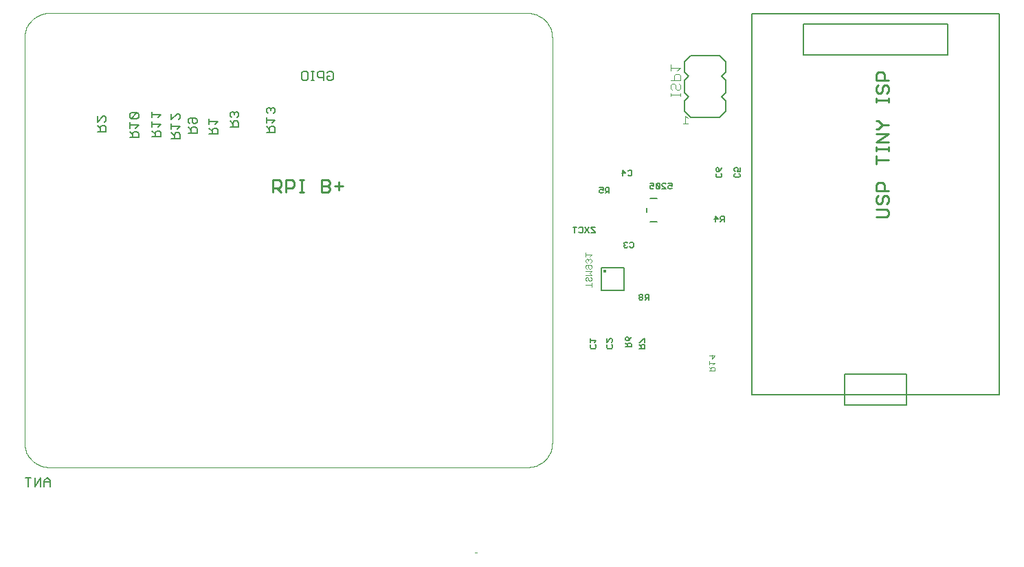
<source format=gbo>
G75*
%MOIN*%
%OFA0B0*%
%FSLAX24Y24*%
%IPPOS*%
%LPD*%
%AMOC8*
5,1,8,0,0,1.08239X$1,22.5*
%
%ADD10R,0.0110X0.0010*%
%ADD11R,0.0010X0.0010*%
%ADD12R,0.0030X0.0010*%
%ADD13R,0.0070X0.0010*%
%ADD14C,0.0000*%
%ADD15C,0.0110*%
%ADD16C,0.0050*%
%ADD17C,0.0040*%
%ADD18C,0.0030*%
%ADD19C,0.0080*%
%ADD20C,0.0157*%
D10*
X022428Y009136D03*
D11*
X022468Y009146D03*
D12*
X022438Y009146D03*
X022398Y009146D03*
D13*
X022428Y009156D03*
D14*
X024944Y013320D02*
X001715Y013320D01*
X001649Y013322D01*
X001583Y013327D01*
X001517Y013337D01*
X001452Y013350D01*
X001388Y013366D01*
X001325Y013386D01*
X001263Y013410D01*
X001203Y013437D01*
X001144Y013467D01*
X001087Y013501D01*
X001032Y013538D01*
X000979Y013578D01*
X000928Y013620D01*
X000880Y013666D01*
X000834Y013714D01*
X000792Y013765D01*
X000752Y013818D01*
X000715Y013873D01*
X000681Y013930D01*
X000651Y013989D01*
X000624Y014049D01*
X000600Y014111D01*
X000580Y014174D01*
X000564Y014238D01*
X000551Y014303D01*
X000541Y014369D01*
X000536Y014435D01*
X000534Y014501D01*
X000534Y034186D01*
X000536Y034252D01*
X000541Y034318D01*
X000551Y034384D01*
X000564Y034449D01*
X000580Y034513D01*
X000600Y034576D01*
X000624Y034638D01*
X000651Y034698D01*
X000681Y034757D01*
X000715Y034814D01*
X000752Y034869D01*
X000792Y034922D01*
X000834Y034973D01*
X000880Y035021D01*
X000928Y035067D01*
X000979Y035109D01*
X001032Y035149D01*
X001087Y035186D01*
X001144Y035220D01*
X001203Y035250D01*
X001263Y035277D01*
X001325Y035301D01*
X001388Y035321D01*
X001452Y035337D01*
X001517Y035350D01*
X001583Y035360D01*
X001649Y035365D01*
X001715Y035367D01*
X024944Y035367D01*
X025010Y035365D01*
X025076Y035360D01*
X025142Y035350D01*
X025207Y035337D01*
X025271Y035321D01*
X025334Y035301D01*
X025396Y035277D01*
X025456Y035250D01*
X025515Y035220D01*
X025572Y035186D01*
X025627Y035149D01*
X025680Y035109D01*
X025731Y035067D01*
X025779Y035021D01*
X025825Y034973D01*
X025867Y034922D01*
X025907Y034869D01*
X025944Y034814D01*
X025978Y034757D01*
X026008Y034698D01*
X026035Y034638D01*
X026059Y034576D01*
X026079Y034513D01*
X026095Y034449D01*
X026108Y034384D01*
X026118Y034318D01*
X026123Y034252D01*
X026125Y034186D01*
X026125Y014501D01*
X026123Y014435D01*
X026118Y014369D01*
X026108Y014303D01*
X026095Y014238D01*
X026079Y014174D01*
X026059Y014111D01*
X026035Y014049D01*
X026008Y013989D01*
X025978Y013930D01*
X025944Y013873D01*
X025907Y013818D01*
X025867Y013765D01*
X025825Y013714D01*
X025779Y013666D01*
X025731Y013620D01*
X025680Y013578D01*
X025627Y013538D01*
X025572Y013501D01*
X025515Y013467D01*
X025456Y013437D01*
X025396Y013410D01*
X025334Y013386D01*
X025271Y013366D01*
X025207Y013350D01*
X025142Y013337D01*
X025076Y013327D01*
X025010Y013322D01*
X024944Y013320D01*
D15*
X041857Y025461D02*
X042349Y025461D01*
X042448Y025560D01*
X042448Y025757D01*
X042349Y025855D01*
X041857Y025855D01*
X041956Y026106D02*
X042054Y026106D01*
X042153Y026204D01*
X042153Y026401D01*
X042251Y026500D01*
X042349Y026500D01*
X042448Y026401D01*
X042448Y026204D01*
X042349Y026106D01*
X041956Y026106D02*
X041857Y026204D01*
X041857Y026401D01*
X041956Y026500D01*
X041857Y026750D02*
X041857Y027046D01*
X041956Y027144D01*
X042153Y027144D01*
X042251Y027046D01*
X042251Y026750D01*
X042448Y026750D02*
X041857Y026750D01*
X041857Y028040D02*
X041857Y028433D01*
X041857Y028236D02*
X042448Y028236D01*
X042448Y028684D02*
X042448Y028881D01*
X042448Y028783D02*
X041857Y028783D01*
X041857Y028881D02*
X041857Y028684D01*
X041857Y029114D02*
X042448Y029507D01*
X041857Y029507D01*
X041857Y029758D02*
X041956Y029758D01*
X042153Y029955D01*
X042448Y029955D01*
X042153Y029955D02*
X041956Y030152D01*
X041857Y030152D01*
X041857Y031047D02*
X041857Y031244D01*
X041857Y031146D02*
X042448Y031146D01*
X042448Y031244D02*
X042448Y031047D01*
X042349Y031477D02*
X042448Y031576D01*
X042448Y031772D01*
X042349Y031871D01*
X042251Y031871D01*
X042153Y031772D01*
X042153Y031576D01*
X042054Y031477D01*
X041956Y031477D01*
X041857Y031576D01*
X041857Y031772D01*
X041956Y031871D01*
X041857Y032122D02*
X041857Y032417D01*
X041956Y032515D01*
X042153Y032515D01*
X042251Y032417D01*
X042251Y032122D01*
X042448Y032122D02*
X041857Y032122D01*
X041857Y029114D02*
X042448Y029114D01*
X015978Y026976D02*
X015585Y026976D01*
X015334Y027074D02*
X015235Y026976D01*
X014940Y026976D01*
X014940Y027271D02*
X015235Y027271D01*
X015334Y027173D01*
X015334Y027074D01*
X015235Y026976D02*
X015334Y026878D01*
X015334Y026779D01*
X015235Y026681D01*
X014940Y026681D01*
X014940Y027271D01*
X014063Y027271D02*
X013866Y027271D01*
X013964Y027271D02*
X013964Y026681D01*
X013866Y026681D02*
X014063Y026681D01*
X013615Y026976D02*
X013516Y026878D01*
X013221Y026878D01*
X013221Y026681D02*
X013221Y027271D01*
X013516Y027271D01*
X013615Y027173D01*
X013615Y026976D01*
X012970Y026976D02*
X012872Y026878D01*
X012577Y026878D01*
X012773Y026878D02*
X012970Y026681D01*
X012970Y026976D02*
X012970Y027173D01*
X012872Y027271D01*
X012577Y027271D01*
X012577Y026681D01*
X015781Y026779D02*
X015781Y027173D01*
D16*
X027128Y024976D02*
X027308Y024976D01*
X027218Y024976D02*
X027218Y024706D01*
X027422Y024751D02*
X027467Y024706D01*
X027558Y024706D01*
X027603Y024751D01*
X027603Y024931D01*
X027558Y024976D01*
X027467Y024976D01*
X027422Y024931D01*
X027717Y024976D02*
X027897Y024706D01*
X028012Y024706D02*
X028192Y024706D01*
X028192Y024751D01*
X028012Y024931D01*
X028012Y024976D01*
X028192Y024976D01*
X027897Y024976D02*
X027717Y024706D01*
X029594Y024210D02*
X029594Y024165D01*
X029639Y024120D01*
X029594Y024075D01*
X029594Y024030D01*
X029639Y023985D01*
X029729Y023985D01*
X029774Y024030D01*
X029889Y024030D02*
X029934Y023985D01*
X030024Y023985D01*
X030069Y024030D01*
X030069Y024210D01*
X030024Y024255D01*
X029934Y024255D01*
X029889Y024210D01*
X029774Y024210D02*
X029729Y024255D01*
X029639Y024255D01*
X029594Y024210D01*
X029639Y024120D02*
X029684Y024120D01*
X030378Y021721D02*
X030333Y021676D01*
X030333Y021631D01*
X030378Y021586D01*
X030468Y021586D01*
X030513Y021631D01*
X030513Y021676D01*
X030468Y021721D01*
X030378Y021721D01*
X030378Y021586D02*
X030333Y021541D01*
X030333Y021496D01*
X030378Y021451D01*
X030468Y021451D01*
X030513Y021496D01*
X030513Y021541D01*
X030468Y021586D01*
X030628Y021586D02*
X030673Y021541D01*
X030808Y021541D01*
X030718Y021541D02*
X030628Y021451D01*
X030628Y021586D02*
X030628Y021676D01*
X030673Y021721D01*
X030808Y021721D01*
X030808Y021451D01*
X030612Y019565D02*
X030566Y019565D01*
X030386Y019384D01*
X030341Y019384D01*
X030341Y019270D02*
X030431Y019180D01*
X030431Y019225D02*
X030431Y019090D01*
X030341Y019090D02*
X030612Y019090D01*
X030612Y019225D01*
X030566Y019270D01*
X030476Y019270D01*
X030431Y019225D01*
X030612Y019384D02*
X030612Y019565D01*
X029960Y019651D02*
X029915Y019561D01*
X029825Y019471D01*
X029825Y019606D01*
X029780Y019651D01*
X029735Y019651D01*
X029690Y019606D01*
X029690Y019516D01*
X029735Y019471D01*
X029825Y019471D01*
X029825Y019356D02*
X029780Y019311D01*
X029780Y019176D01*
X029780Y019266D02*
X029690Y019356D01*
X029825Y019356D02*
X029915Y019356D01*
X029960Y019311D01*
X029960Y019176D01*
X029690Y019176D01*
X029037Y019135D02*
X028992Y019090D01*
X028812Y019090D01*
X028766Y019135D01*
X028766Y019225D01*
X028812Y019270D01*
X028766Y019384D02*
X028947Y019565D01*
X028992Y019565D01*
X029037Y019519D01*
X029037Y019429D01*
X028992Y019384D01*
X028992Y019270D02*
X029037Y019225D01*
X029037Y019135D01*
X028766Y019384D02*
X028766Y019565D01*
X028249Y019474D02*
X027979Y019474D01*
X027979Y019384D02*
X027979Y019565D01*
X028159Y019384D02*
X028249Y019474D01*
X028204Y019270D02*
X028249Y019225D01*
X028249Y019135D01*
X028204Y019090D01*
X028024Y019090D01*
X027979Y019135D01*
X027979Y019225D01*
X028024Y019270D01*
X035814Y016841D02*
X040314Y016841D01*
X040314Y017841D01*
X043314Y017841D01*
X043314Y016841D01*
X043314Y016341D01*
X040314Y016341D01*
X040314Y016841D01*
X043314Y016841D01*
X047814Y016841D01*
X047814Y035341D01*
X035814Y035341D01*
X035814Y016841D01*
X034462Y025241D02*
X034462Y025511D01*
X034327Y025511D01*
X034282Y025466D01*
X034282Y025376D01*
X034327Y025331D01*
X034462Y025331D01*
X034372Y025331D02*
X034282Y025241D01*
X034167Y025376D02*
X033987Y025376D01*
X034032Y025511D02*
X034167Y025376D01*
X034032Y025241D02*
X034032Y025511D01*
X034115Y027394D02*
X034070Y027439D01*
X034070Y027529D01*
X034115Y027575D01*
X034115Y027689D02*
X034070Y027734D01*
X034070Y027824D01*
X034115Y027869D01*
X034160Y027869D01*
X034205Y027824D01*
X034205Y027689D01*
X034115Y027689D01*
X034205Y027689D02*
X034295Y027779D01*
X034340Y027869D01*
X034295Y027575D02*
X034340Y027529D01*
X034340Y027439D01*
X034295Y027394D01*
X034115Y027394D01*
X034955Y027439D02*
X034955Y027529D01*
X035000Y027575D01*
X035000Y027689D02*
X034955Y027734D01*
X034955Y027824D01*
X035000Y027869D01*
X035091Y027869D01*
X035136Y027824D01*
X035136Y027779D01*
X035091Y027689D01*
X035226Y027689D01*
X035226Y027869D01*
X035181Y027575D02*
X035226Y027529D01*
X035226Y027439D01*
X035181Y027394D01*
X035000Y027394D01*
X034955Y027439D01*
X031930Y027110D02*
X031930Y026974D01*
X031840Y027019D01*
X031795Y027019D01*
X031750Y026974D01*
X031750Y026884D01*
X031795Y026839D01*
X031885Y026839D01*
X031930Y026884D01*
X031930Y027110D02*
X031750Y027110D01*
X031636Y027065D02*
X031591Y027110D01*
X031501Y027110D01*
X031456Y027065D01*
X031456Y027019D01*
X031636Y026839D01*
X031456Y026839D01*
X031341Y026884D02*
X031161Y027065D01*
X031161Y026884D01*
X031206Y026839D01*
X031296Y026839D01*
X031341Y026884D01*
X031341Y027065D01*
X031296Y027110D01*
X031206Y027110D01*
X031161Y027065D01*
X031047Y027110D02*
X031047Y026974D01*
X030956Y027019D01*
X030911Y027019D01*
X030866Y026974D01*
X030866Y026884D01*
X030911Y026839D01*
X031001Y026839D01*
X031047Y026884D01*
X031047Y027110D02*
X030866Y027110D01*
X029983Y027513D02*
X029983Y027693D01*
X029938Y027738D01*
X029848Y027738D01*
X029803Y027693D01*
X029688Y027603D02*
X029553Y027738D01*
X029553Y027468D01*
X029508Y027603D02*
X029688Y027603D01*
X029803Y027513D02*
X029848Y027468D01*
X029938Y027468D01*
X029983Y027513D01*
X028888Y026901D02*
X028753Y026901D01*
X028708Y026856D01*
X028708Y026766D01*
X028753Y026721D01*
X028888Y026721D01*
X028798Y026721D02*
X028708Y026631D01*
X028594Y026676D02*
X028549Y026631D01*
X028459Y026631D01*
X028414Y026676D01*
X028414Y026766D01*
X028459Y026811D01*
X028504Y026811D01*
X028594Y026766D01*
X028594Y026901D01*
X028414Y026901D01*
X028888Y026901D02*
X028888Y026631D01*
X032856Y030304D02*
X034256Y030304D01*
X034556Y030604D01*
X034556Y031104D01*
X034356Y031304D01*
X034556Y031504D01*
X034556Y032104D01*
X034356Y032304D01*
X034556Y032504D01*
X034556Y033004D01*
X034256Y033304D01*
X032856Y033304D01*
X032556Y033004D01*
X032556Y032504D01*
X032756Y032304D01*
X032556Y032104D01*
X032556Y031504D01*
X032756Y031304D01*
X032556Y031104D01*
X032556Y030604D01*
X032856Y030304D01*
X038314Y033341D02*
X038314Y034841D01*
X045314Y034841D01*
X045314Y033341D01*
X038314Y033341D01*
D17*
X032336Y032717D02*
X032183Y032564D01*
X032260Y032410D02*
X032106Y032410D01*
X032029Y032333D01*
X032029Y032103D01*
X031876Y032103D02*
X032336Y032103D01*
X032336Y032333D01*
X032260Y032410D01*
X032336Y032717D02*
X031876Y032717D01*
X031876Y032564D02*
X031876Y032871D01*
X031953Y031950D02*
X031876Y031873D01*
X031876Y031720D01*
X031953Y031643D01*
X032106Y031720D02*
X032106Y031873D01*
X032029Y031950D01*
X031953Y031950D01*
X032106Y031720D02*
X032183Y031643D01*
X032260Y031643D01*
X032336Y031720D01*
X032336Y031873D01*
X032260Y031950D01*
X032336Y031489D02*
X032336Y031336D01*
X032336Y031413D02*
X031876Y031413D01*
X031876Y031489D02*
X031876Y031336D01*
D18*
X032586Y030389D02*
X032586Y030019D01*
X032709Y030019D02*
X032462Y030019D01*
X032709Y030266D02*
X032586Y030389D01*
X027744Y023732D02*
X027744Y023538D01*
X027744Y023635D02*
X028034Y023635D01*
X027938Y023538D01*
X027938Y023437D02*
X027889Y023389D01*
X027841Y023437D01*
X027793Y023437D01*
X027744Y023389D01*
X027744Y023292D01*
X027793Y023244D01*
X027793Y023143D02*
X027986Y023143D01*
X028034Y023094D01*
X028034Y022997D01*
X027986Y022949D01*
X027938Y022949D01*
X027889Y022997D01*
X027889Y023143D01*
X027793Y023143D02*
X027744Y023094D01*
X027744Y022997D01*
X027793Y022949D01*
X027744Y022848D02*
X028034Y022848D01*
X027938Y022751D01*
X028034Y022654D01*
X027744Y022654D01*
X027793Y022553D02*
X027744Y022505D01*
X027744Y022408D01*
X027793Y022360D01*
X027889Y022408D02*
X027889Y022505D01*
X027841Y022553D01*
X027793Y022553D01*
X027889Y022408D02*
X027938Y022360D01*
X027986Y022360D01*
X028034Y022408D01*
X028034Y022505D01*
X027986Y022553D01*
X028034Y022259D02*
X028034Y022065D01*
X028034Y022162D02*
X027744Y022162D01*
X027986Y023244D02*
X028034Y023292D01*
X028034Y023389D01*
X027986Y023437D01*
X027938Y023437D01*
X027889Y023389D02*
X027889Y023340D01*
X033727Y018732D02*
X034017Y018732D01*
X033872Y018587D01*
X033872Y018780D01*
X033727Y018486D02*
X033727Y018292D01*
X033727Y018389D02*
X034017Y018389D01*
X033920Y018292D01*
X033872Y018191D02*
X033969Y018191D01*
X034017Y018143D01*
X034017Y017998D01*
X033727Y017998D01*
X033824Y017998D02*
X033824Y018143D01*
X033872Y018191D01*
X033824Y018094D02*
X033727Y018191D01*
D19*
X000705Y012807D02*
X000705Y012387D01*
X001025Y012387D02*
X001025Y012807D01*
X000845Y012807D02*
X000564Y012807D01*
X001025Y012387D02*
X001305Y012807D01*
X001305Y012387D01*
X001485Y012387D02*
X001485Y012667D01*
X001625Y012807D01*
X001766Y012667D01*
X001766Y012387D01*
X001766Y012597D02*
X001485Y012597D01*
X005640Y029329D02*
X006060Y029329D01*
X006060Y029539D01*
X005990Y029609D01*
X005850Y029609D01*
X005780Y029539D01*
X005780Y029329D01*
X005780Y029469D02*
X005640Y029609D01*
X005640Y029789D02*
X005640Y030069D01*
X005640Y029929D02*
X006060Y029929D01*
X005920Y029789D01*
X006722Y029838D02*
X006722Y030119D01*
X006722Y029978D02*
X007143Y029978D01*
X007003Y029838D01*
X007073Y029658D02*
X006933Y029658D01*
X006862Y029588D01*
X006862Y029378D01*
X006722Y029378D02*
X007143Y029378D01*
X007143Y029588D01*
X007073Y029658D01*
X006862Y029518D02*
X006722Y029658D01*
X006722Y030299D02*
X006722Y030579D01*
X006722Y030439D02*
X007143Y030439D01*
X007003Y030299D01*
X007657Y030200D02*
X007938Y030480D01*
X008008Y030480D01*
X008078Y030410D01*
X008078Y030270D01*
X008008Y030200D01*
X008078Y029880D02*
X007657Y029880D01*
X007657Y029740D02*
X007657Y030020D01*
X007657Y030200D02*
X007657Y030480D01*
X008078Y029880D02*
X007938Y029740D01*
X008008Y029560D02*
X007868Y029560D01*
X007798Y029490D01*
X007798Y029279D01*
X007798Y029420D02*
X007657Y029560D01*
X007657Y029279D02*
X008078Y029279D01*
X008078Y029490D01*
X008008Y029560D01*
X008474Y029551D02*
X008894Y029551D01*
X008894Y029761D01*
X008824Y029831D01*
X008684Y029831D01*
X008614Y029761D01*
X008614Y029551D01*
X008614Y029691D02*
X008474Y029831D01*
X008544Y030011D02*
X008474Y030081D01*
X008474Y030221D01*
X008544Y030291D01*
X008824Y030291D01*
X008894Y030221D01*
X008894Y030081D01*
X008824Y030011D01*
X008754Y030011D01*
X008684Y030081D01*
X008684Y030291D01*
X009487Y030242D02*
X009487Y029962D01*
X009487Y030102D02*
X009908Y030102D01*
X009768Y029962D01*
X009838Y029782D02*
X009698Y029782D01*
X009627Y029712D01*
X009627Y029502D01*
X009487Y029502D02*
X009908Y029502D01*
X009908Y029712D01*
X009838Y029782D01*
X009627Y029642D02*
X009487Y029782D01*
X010491Y029846D02*
X010912Y029846D01*
X010912Y030056D01*
X010842Y030126D01*
X010701Y030126D01*
X010631Y030056D01*
X010631Y029846D01*
X010631Y029986D02*
X010491Y030126D01*
X010561Y030306D02*
X010491Y030377D01*
X010491Y030517D01*
X010561Y030587D01*
X010631Y030587D01*
X010701Y030517D01*
X010701Y030447D01*
X010701Y030517D02*
X010771Y030587D01*
X010842Y030587D01*
X010912Y030517D01*
X010912Y030377D01*
X010842Y030306D01*
X012263Y030323D02*
X012263Y030043D01*
X012263Y030183D02*
X012683Y030183D01*
X012543Y030043D01*
X012473Y029863D02*
X012403Y029793D01*
X012403Y029583D01*
X012403Y029723D02*
X012263Y029863D01*
X012473Y029863D02*
X012613Y029863D01*
X012683Y029793D01*
X012683Y029583D01*
X012263Y029583D01*
X012333Y030503D02*
X012263Y030573D01*
X012263Y030713D01*
X012333Y030784D01*
X012403Y030784D01*
X012473Y030713D01*
X012473Y030643D01*
X012473Y030713D02*
X012543Y030784D01*
X012613Y030784D01*
X012683Y030713D01*
X012683Y030573D01*
X012613Y030503D01*
X014054Y032110D02*
X013984Y032180D01*
X013984Y032460D01*
X014054Y032530D01*
X014195Y032530D01*
X014265Y032460D01*
X014265Y032180D01*
X014195Y032110D01*
X014054Y032110D01*
X014431Y032110D02*
X014572Y032110D01*
X014502Y032110D02*
X014502Y032530D01*
X014572Y032530D02*
X014431Y032530D01*
X014752Y032460D02*
X014752Y032320D01*
X014822Y032250D01*
X015032Y032250D01*
X015032Y032110D02*
X015032Y032530D01*
X014822Y032530D01*
X014752Y032460D01*
X015212Y032460D02*
X015282Y032530D01*
X015422Y032530D01*
X015492Y032460D01*
X015492Y032180D01*
X015422Y032110D01*
X015282Y032110D01*
X015212Y032180D01*
X015212Y032320D01*
X015352Y032320D01*
X006060Y030460D02*
X005990Y030530D01*
X005710Y030249D01*
X005640Y030320D01*
X005640Y030460D01*
X005710Y030530D01*
X005990Y030530D01*
X006060Y030460D02*
X006060Y030320D01*
X005990Y030249D01*
X005710Y030249D01*
X004485Y030295D02*
X004485Y030154D01*
X004415Y030084D01*
X004415Y029904D02*
X004275Y029904D01*
X004205Y029834D01*
X004205Y029624D01*
X004205Y029764D02*
X004065Y029904D01*
X004065Y030084D02*
X004345Y030365D01*
X004415Y030365D01*
X004485Y030295D01*
X004415Y029904D02*
X004485Y029834D01*
X004485Y029624D01*
X004065Y029624D01*
X004065Y030084D02*
X004065Y030365D01*
X028517Y023005D02*
X028517Y021902D01*
X029619Y021902D01*
X029619Y023005D01*
X028517Y023005D01*
X030867Y025240D02*
X031205Y025240D01*
X030717Y025694D02*
X030717Y025906D01*
X030867Y026360D02*
X031205Y026360D01*
D20*
X028674Y022847D03*
M02*

</source>
